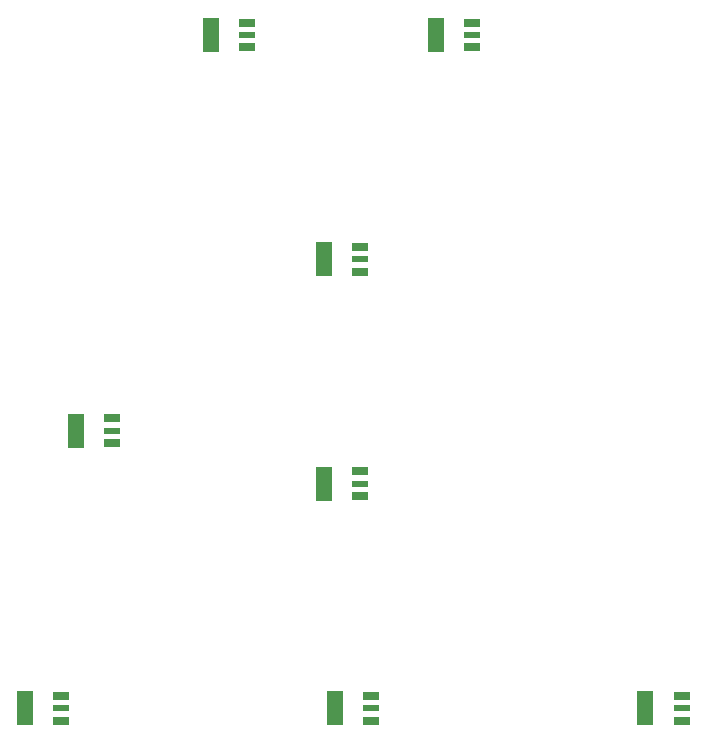
<source format=gtp>
G04 #@! TF.FileFunction,Paste,Top*
%FSLAX46Y46*%
G04 Gerber Fmt 4.6, Leading zero omitted, Abs format (unit mm)*
G04 Created by KiCad (PCBNEW 4.0.5) date Sun Feb 26 14:27:26 2017*
%MOMM*%
%LPD*%
G01*
G04 APERTURE LIST*
%ADD10C,0.100000*%
%ADD11R,1.450000X0.600000*%
%ADD12R,1.450000X2.900000*%
%ADD13R,1.450000X0.800000*%
G04 APERTURE END LIST*
D10*
D11*
X118525000Y-81000000D03*
D12*
X115475000Y-81000000D03*
D13*
X118525000Y-82050000D03*
X118525000Y-79950000D03*
D11*
X166775000Y-104500000D03*
D12*
X163725000Y-104500000D03*
D13*
X166775000Y-105550000D03*
X166775000Y-103450000D03*
D11*
X140525000Y-104500000D03*
D12*
X137475000Y-104500000D03*
D13*
X140525000Y-105550000D03*
X140525000Y-103450000D03*
D11*
X114275000Y-104500000D03*
D12*
X111225000Y-104500000D03*
D13*
X114275000Y-105550000D03*
X114275000Y-103450000D03*
D11*
X139525000Y-85500000D03*
D12*
X136475000Y-85500000D03*
D13*
X139525000Y-86550000D03*
X139525000Y-84450000D03*
D11*
X139525000Y-66500000D03*
D12*
X136475000Y-66500000D03*
D13*
X139525000Y-67550000D03*
X139525000Y-65450000D03*
D11*
X149025000Y-47500000D03*
D12*
X145975000Y-47500000D03*
D13*
X149025000Y-48550000D03*
X149025000Y-46450000D03*
D11*
X130025000Y-47500000D03*
D12*
X126975000Y-47500000D03*
D13*
X130025000Y-48550000D03*
X130025000Y-46450000D03*
M02*

</source>
